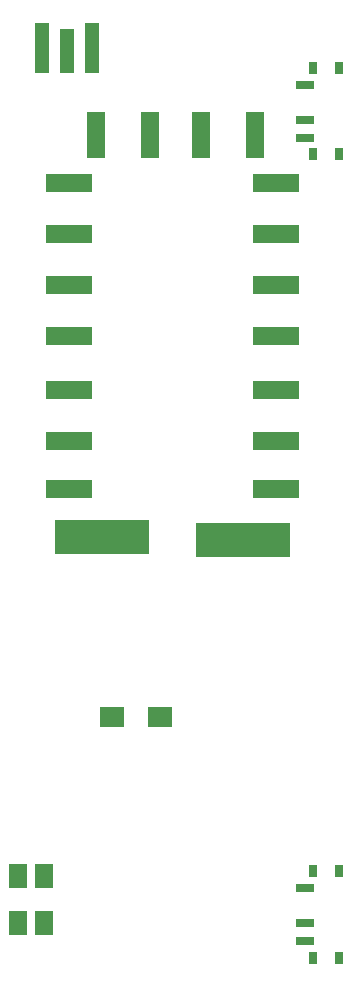
<source format=gbp>
G04 #@! TF.FileFunction,Paste,Bot*
%FSLAX46Y46*%
G04 Gerber Fmt 4.6, Leading zero omitted, Abs format (unit mm)*
G04 Created by KiCad (PCBNEW 4.0.4-stable) date 08/15/17 20:15:11*
%MOMM*%
%LPD*%
G01*
G04 APERTURE LIST*
%ADD10C,0.100000*%
%ADD11R,1.270000X4.191000*%
%ADD12R,1.270000X3.683000*%
%ADD13R,1.600000X2.000000*%
%ADD14R,4.000000X1.524000*%
%ADD15R,1.524000X4.000000*%
%ADD16R,8.000000X3.000000*%
%ADD17R,2.000000X1.700000*%
%ADD18R,1.500000X0.700000*%
%ADD19R,0.800000X1.000000*%
G04 APERTURE END LIST*
D10*
D11*
X125546300Y-66404500D03*
X121253700Y-66404500D03*
D12*
X123400000Y-66658500D03*
D11*
X125546300Y-66404500D03*
X121253700Y-66404500D03*
D13*
X121500000Y-140500000D03*
X121500000Y-136500000D03*
X119250000Y-140500000D03*
X119250000Y-136500000D03*
D14*
X141136000Y-103700000D03*
X141136000Y-99636000D03*
X141136000Y-95318000D03*
X141136000Y-77792000D03*
X141136000Y-90746000D03*
X141136000Y-86428000D03*
X141136000Y-82110000D03*
X123610000Y-103700000D03*
X123610000Y-99636000D03*
X123610000Y-95318000D03*
X123610000Y-90746000D03*
X123610000Y-86428000D03*
X123610000Y-82110000D03*
X123610000Y-77792000D03*
D15*
X139358000Y-73728000D03*
X134786000Y-73728000D03*
X130468000Y-73728000D03*
X125896000Y-73728000D03*
D16*
X138342000Y-108018000D03*
X126404000Y-107764000D03*
D17*
X127250000Y-123000000D03*
X131250000Y-123000000D03*
D18*
X143570000Y-137500000D03*
X143570000Y-140500000D03*
X143570000Y-142000000D03*
D19*
X146430000Y-136100000D03*
X146430000Y-143400000D03*
X144220000Y-143400000D03*
X144220000Y-136100000D03*
D18*
X143570000Y-69500000D03*
X143570000Y-72500000D03*
X143570000Y-74000000D03*
D19*
X146430000Y-68100000D03*
X146430000Y-75400000D03*
X144220000Y-75400000D03*
X144220000Y-68100000D03*
M02*

</source>
